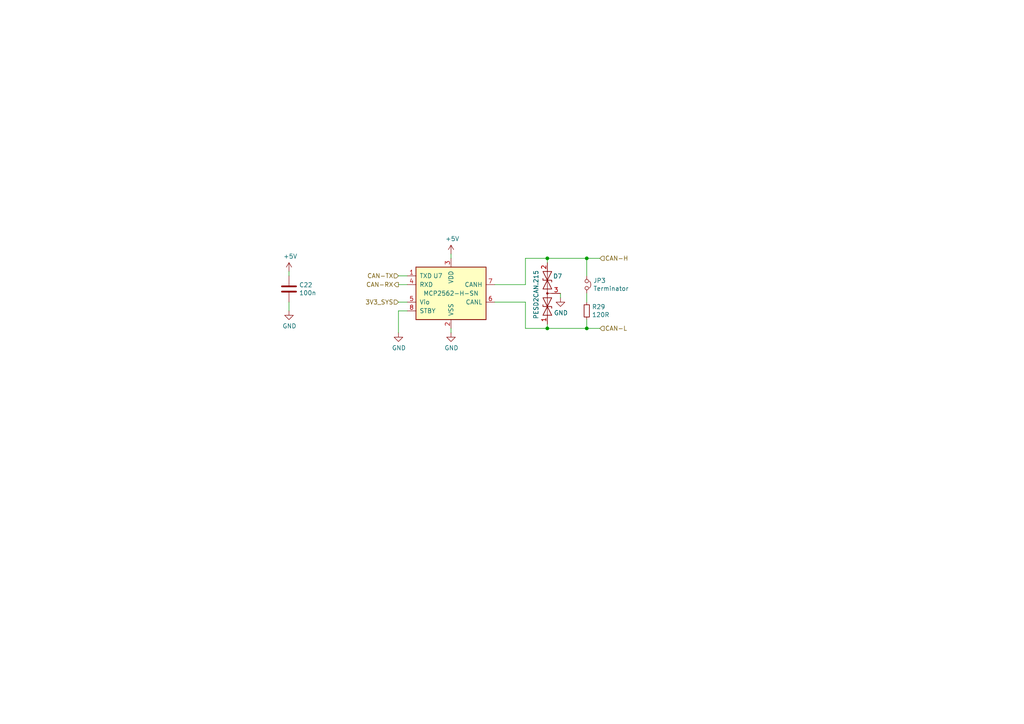
<source format=kicad_sch>
(kicad_sch (version 20230121) (generator eeschema)
  (paper "A4")
  (title_block (title "CAN Communication") (date "2023-04-22") (rev "2.0") (company "S. Sambor") (comment 1 "J. Jurczak") (comment 2 "P. Gawron") (comment 3 "I. Kajdan"))
  (lib_symbols
    (symbol "D_TVS_x2_AAC:D_TVS_x2_AAC-Device" (pin_names (offset 1.016) hide)
      (property "Reference" "D" (at 0 4.445 0))
      (property "Value" "D_TVS_x2_AAC-Device" (at 0 2.54 0))
      (symbol "D_TVS_x2_AAC-Device_0_0"
        (polyline (pts (xy 0 -1.27) (xy 0 0)))
      )
      (symbol "D_TVS_x2_AAC-Device_0_1"
        (polyline (pts (xy -6.35 0) (xy 6.35 0)))
        (polyline (pts (xy -3.302 1.27) (xy -3.81 1.27) (xy -3.81 -1.27) (xy -4.318 -1.27)) (stroke (width 0.2032)))
        (polyline (pts (xy 4.318 1.27) (xy 3.81 1.27) (xy 3.81 -1.27) (xy 3.302 -1.27)) (stroke (width 0.2032)))
        (polyline (pts (xy -6.35 -1.27) (xy -1.27 1.27) (xy -1.27 -1.27) (xy -6.35 1.27) (xy -6.35 -1.27)) (stroke (width 0.2032)))
        (polyline (pts (xy 1.27 -1.27) (xy 1.27 1.27) (xy 6.35 -1.27) (xy 6.35 1.27) (xy 1.27 -1.27)) (stroke (width 0.2032)))
        (circle (center 0 0) (radius 0.254) (fill (type outline)))
      )
      (symbol "D_TVS_x2_AAC-Device_1_1"
        (pin passive line (at -8.89 0 0) (length 2.54) (name "A1") (number "1"))
        (pin passive line (at 8.89 0 180) (length 2.54) (name "A2") (number "2"))
        (pin input line (at 0 -3.81 90) (length 2.54) (name "common") (number "3"))
      )
    )
    (symbol "Device:C" (pin_numbers hide) (pin_names (offset 0.254))
      (property "Reference" "C" (at 0.635 2.54 0))
      (property "Value" "C" (at 0.635 -2.54 0))
      (symbol "C_0_1"
        (polyline (pts (xy -2.032 -0.762) (xy 2.032 -0.762)) (stroke (width 0.508)))
        (polyline (pts (xy -2.032 0.762) (xy 2.032 0.762)) (stroke (width 0.508)))
      )
      (symbol "C_1_1"
        (pin passive line (at 0 3.81 270) (length 2.794) (name "~") (number "1"))
        (pin passive line (at 0 -3.81 90) (length 2.794) (name "~") (number "2"))
      )
    )
    (symbol "Device:R_Small" (pin_numbers hide) (pin_names (offset 0.254) hide)
      (property "Reference" "R" (at 0.762 0.508 0))
      (property "Value" "R_Small" (at 0.762 -1.016 0))
      (symbol "R_Small_0_1"
        (rectangle (start -0.762 1.778) (end 0.762 -1.778) (stroke (width 0.2032)))
      )
      (symbol "R_Small_1_1"
        (pin passive line (at 0 2.54 270) (length 0.762) (name "~") (number "1"))
        (pin passive line (at 0 -2.54 90) (length 0.762) (name "~") (number "2"))
      )
    )
    (symbol "Interface_CAN_LIN:MCP2562-H-SN" (pin_names (offset 1.016))
      (property "Reference" "U" (at -10.16 8.89 0))
      (property "Value" "MCP2562-H-SN" (at 2.54 8.89 0))
      (symbol "MCP2562-H-SN_0_1"
        (rectangle (start -10.16 7.62) (end 10.16 -7.62) (stroke (width 0.254)) (fill (type background)))
      )
      (symbol "MCP2562-H-SN_1_1"
        (pin input line (at -12.7 5.08 0) (length 2.54) (name "TXD") (number "1"))
        (pin power_in line (at 0 -10.16 90) (length 2.54) (name "VSS") (number "2"))
        (pin power_in line (at 0 10.16 270) (length 2.54) (name "VDD") (number "3"))
        (pin output line (at -12.7 2.54 0) (length 2.54) (name "RXD") (number "4"))
        (pin power_in line (at -12.7 -2.54 0) (length 2.54) (name "Vio") (number "5"))
        (pin bidirectional line (at 12.7 -2.54 180) (length 2.54) (name "CANL") (number "6"))
        (pin bidirectional line (at 12.7 2.54 180) (length 2.54) (name "CANH") (number "7"))
        (pin input line (at -12.7 -5.08 0) (length 2.54) (name "STBY") (number "8"))
      )
    )
    (symbol "Jumper_NC_Small:Jumper_NC_Small" (pin_numbers hide) (pin_names (offset 0.762) hide)
      (property "Reference" "JP" (at 0 2.032 0))
      (property "Value" "Device_Jumper_NC_Small" (at 0.254 -1.524 0))
      (symbol "Jumper_NC_Small_0_1"
        (circle (center -1.016 0) (radius 0.508))
        (circle (center 1.016 0) (radius 0.508))
        (arc (start 1.016 0.762) (mid 0 1.1828) (end -1.016 0.762))
        (pin passive line (at -2.54 0 0) (length 1.016) (name "1") (number "1"))
        (pin passive line (at 2.54 0 180) (length 1.016) (name "2") (number "2"))
      )
    )
    (symbol "power:+5V" (power) (pin_names (offset 0))
      (property "Value" "+5V" (at 0 3.556 0))
      (symbol "+5V_0_1"
        (polyline (pts (xy -0.762 1.27) (xy 0 2.54)))
        (polyline (pts (xy 0 0) (xy 0 2.54)))
        (polyline (pts (xy 0 2.54) (xy 0.762 1.27)))
      )
      (symbol "+5V_1_1"
        (pin power_in line (at 0 0 90) (length 0) hide (name "+5V") (number "1"))
      )
    )
    (symbol "power:GND" (power) (pin_names (offset 0))
      (property "Value" "GND" (at 0 -3.81 0))
      (symbol "GND_0_1"
        (polyline (pts (xy 0 0) (xy 0 -1.27) (xy 1.27 -1.27) (xy 0 -2.54) (xy -1.27 -1.27) (xy 0 -1.27)))
      )
      (symbol "GND_1_1"
        (pin power_in line (at 0 0 270) (length 0) hide (name "GND") (number "1"))
      )
    )
  )
  (junction (at 158.75 95.25))
  (junction (at 170.18 95.25))
  (junction (at 158.75 74.93))
  (junction (at 170.18 74.93))
  (wire (pts (xy 152.4 82.55) (xy 143.51 82.55)))
  (wire (pts (xy 115.57 82.55) (xy 118.11 82.55)))
  (wire (pts (xy 170.18 95.25) (xy 170.18 92.71)))
  (wire (pts (xy 130.81 95.25) (xy 130.81 96.52)))
  (wire (pts (xy 158.75 74.93) (xy 158.75 76.2)))
  (wire (pts (xy 83.82 87.63) (xy 83.82 90.17)))
  (wire (pts (xy 162.56 86.36) (xy 162.56 85.09)))
  (wire (pts (xy 158.75 74.93) (xy 170.18 74.93)))
  (wire (pts (xy 152.4 95.25) (xy 152.4 87.63)))
  (wire (pts (xy 115.57 90.17) (xy 115.57 96.52)))
  (wire (pts (xy 158.75 74.93) (xy 152.4 74.93)))
  (wire (pts (xy 158.75 95.25) (xy 170.18 95.25)))
  (wire (pts (xy 152.4 87.63) (xy 143.51 87.63)))
  (wire (pts (xy 115.57 87.63) (xy 118.11 87.63)))
  (wire (pts (xy 170.18 80.01) (xy 170.18 74.93)))
  (wire (pts (xy 118.11 90.17) (xy 115.57 90.17)))
  (wire (pts (xy 170.18 74.93) (xy 173.99 74.93)))
  (wire (pts (xy 170.18 95.25) (xy 173.99 95.25)))
  (wire (pts (xy 158.75 95.25) (xy 152.4 95.25)))
  (wire (pts (xy 130.81 73.66) (xy 130.81 74.93)))
  (wire (pts (xy 83.82 78.74) (xy 83.82 80.01)))
  (wire (pts (xy 152.4 74.93) (xy 152.4 82.55)))
  (wire (pts (xy 170.18 87.63) (xy 170.18 85.09)))
  (wire (pts (xy 115.57 80.01) (xy 118.11 80.01)))
  (wire (pts (xy 158.75 93.98) (xy 158.75 95.25)))
  (hierarchical_label "CAN-H" (shape input) (at 173.99 74.93 0))
  (hierarchical_label "CAN-TX" (shape input) (at 115.57 80.01 180))
  (hierarchical_label "3V3_SYS" (shape input) (at 115.57 87.63 180))
  (hierarchical_label "CAN-RX" (shape output) (at 115.57 82.55 180))
  (hierarchical_label "CAN-L" (shape input) (at 173.99 95.25 0))
  (symbol (lib_id "Interface_CAN_LIN:MCP2562-H-SN") (at 130.81 85.09 0) (unit 1)
    (property "Reference" "U7" (at 127 80.01 0))
    (property "Value" "MCP2562-H-SN" (at 130.81 85.09 0))
    (property "Footprint" "Package_SO:SOIC-8_3.9x4.9mm_P1.27mm" (effects hide))
    (property "Datasheet" "http://ww1.microchip.com/downloads/en/DeviceDoc/25167A.pdf" (effects hide))
  )
  (symbol (lib_id "power:GND") (at 83.82 90.17 0) (unit 1)
    (property "Reference" "#PWR036" (effects hide))
    (property "Value" "GND" (at 83.947 94.5642 0))
  )
  (symbol (lib_id "power:GND") (at 130.81 96.52 0) (unit 1)
    (property "Reference" "#PWR039" (effects hide))
    (property "Value" "GND" (at 130.937 100.9142 0))
  )
  (symbol (lib_id "power:+5V") (at 130.81 73.66 0) (unit 1)
    (property "Reference" "#PWR038" (effects hide))
    (property "Value" "+5V" (at 131.191 69.2658 0))
  )
  (symbol (lib_id "Device:C") (at 83.82 83.82 0) (unit 1)
    (property "Reference" "C22" (at 86.741 82.6516 0) (effects (justify left)))
    (property "Value" "100n" (at 86.741 84.963 0) (effects (justify left)))
    (property "Footprint" "Capacitor_SMD:C_0603_1608Metric_Pad1.08x0.95mm_HandSolder" (effects hide))
  )
  (symbol (lib_id "Device:R_Small") (at 170.18 90.17 0) (unit 1)
    (property "Reference" "R29" (at 171.6786 89.0016 0) (effects (justify left)))
    (property "Value" "120R" (at 171.6786 91.313 0) (effects (justify left)))
    (property "Footprint" "Resistor_SMD:R_0603_1608Metric_Pad0.98x0.95mm_HandSolder" (effects hide))
  )
  (symbol (lib_id "D_TVS_x2_AAC:D_TVS_x2_AAC-Device") (at 158.75 85.09 90) (unit 1)
    (property "Reference" "D7" (at 163.0934 80.1116 90) (effects (justify left)))
    (property "Value" "PESD2CAN.215" (at 155.4734 92.583 0) (effects (justify left)))
    (property "Footprint" "Package_TO_SOT_SMD:SOT-23" (effects hide))
  )
  (symbol (lib_id "power:GND") (at 162.56 86.36 0) (unit 1)
    (property "Reference" "#PWR040" (effects hide))
    (property "Value" "GND" (at 162.687 90.7542 0))
  )
  (symbol (lib_id "Jumper_NC_Small:Jumper_NC_Small") (at 170.18 82.55 270) (unit 1)
    (property "Reference" "JP3" (at 172.0596 81.3816 90) (effects (justify left)))
    (property "Value" "Terminator" (at 172.0596 83.693 90) (effects (justify left)))
    (property "Footprint" "Connector_PinHeader_2.54mm:PinHeader_1x02_P2.54mm_Vertical" (effects hide))
  )
  (symbol (lib_id "power:GND") (at 115.57 96.52 0) (unit 1)
    (property "Reference" "#PWR037" (effects hide))
    (property "Value" "GND" (at 115.697 100.9142 0))
  )
  (symbol (lib_id "power:+5V") (at 83.82 78.74 0) (unit 1)
    (property "Reference" "#PWR035" (effects hide))
    (property "Value" "+5V" (at 84.201 74.3458 0))
  )
)
</source>
